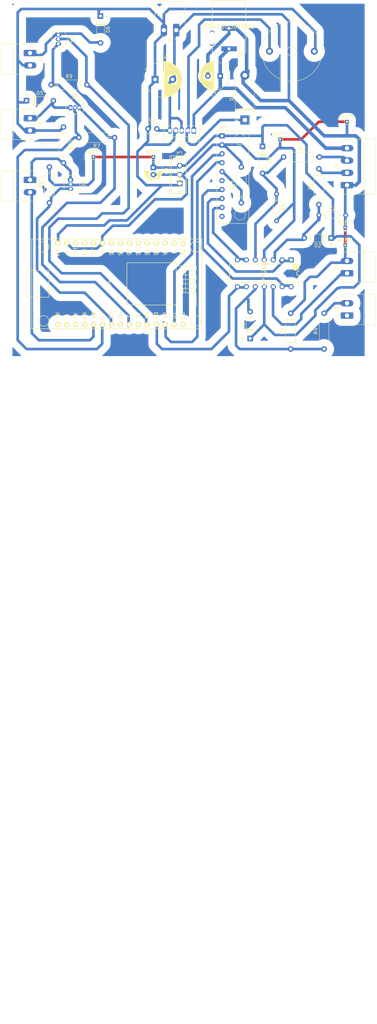
<source format=kicad_pcb>
(kicad_pcb (version 20171130) (host pcbnew "(5.1.10)-1")
  (layers (0 F.Cu signal) (31 B.Cu signal) (34 B.Paste user hide) (35 F.Paste user hide) (36 B.SilkS user hide) (37 F.SilkS user) (38 B.Mask user hide) (39 F.Mask user hide) (44 Edge.Cuts user))
  (net 0 "")
  (net 1 "Net-(A1-Pad10)")
  (net 2 humidity)
  (net 3 temperature)
  (net 4 current)
  (net 5 "Net-(A1-Pad6)")
  (net 6 "Net-(A1-Pad5)")
  (net 7 SDA)
  (net 8 SCL)
  (net 9 GNDREF)
  (net 10 3.3V)
  (net 11 24V)
  (net 12 5V)
  (net 13 "Net-(D1-Pad1)")
  (net 14 "Net-(D2-Pad2)")
  (net 15 "Net-(D3-Pad2)")
  (net 16 "Net-(D4-Pad2)")
  (net 17 Humidity_sensor)
  (net 18 KB_relay)
  (net 19 stop_relay)
  (net 20 Stop_from_DCU)
  (net 21 Temperature_sensor)
  (net 22 Current_Fluke)
  (net 23 RXnode)
  (net 24 RXard)
  (net 25 KB_out)
  (net 26 TXard)
  (net 27 stop_out)
  (net 28 stop_in)
  (net 29 "Net-(U4-Pad30)")
  (net 30 "Net-(U4-Pad25)")
  (net 31 "Net-(U4-Pad19)")
  (net 32 "Net-(U4-Pad18)")
  (net 33 "Net-(U4-Pad16)")
  (net 34 "Net-(U4-Pad13)")
  (net 35 "Net-(U4-Pad12)")
  (net 36 "Net-(U4-Pad11)")
  (net 37 "Net-(U4-Pad9)")
  (net 38 "Net-(U4-Pad8)")
  (net 39 "Net-(U4-Pad7)")
  (net 40 "Net-(U4-Pad6)")
  (net 41 "Net-(U4-Pad4)")
  (net 42 "Net-(U4-Pad3)")
  (net 43 "Net-(U4-Pad2)")
  (net 44 ADC0)
  (net 45 "Net-(J3-Pad1)")
  (net 46 "Net-(J7-Pad3)")
  (net 47 "Net-(U4-Pad23)")
  (net 48 "Net-(U4-Pad5)")
  (module "ESP8266_related:NodeMCU1.0(12-E)" (layer F.Cu) (at 40 93 270)
    (fp_text reference U4 (at 0 0 270) (layer F.SilkS))
    (fp_text value "NodeMCU_1.0_(ESP-12E)")
    (fp_text user VIN (at -8.93 14.605 270) (layer F.SilkS))
    (fp_text user G (at -9 12.065 270) (layer F.SilkS))
    (fp_text user RST (at -9 9.525 270) (layer F.SilkS))
    (fp_text user EN (at -9 6.985 270) (layer F.SilkS))
    (fp_text user 3V (at -9 4.445 270) (layer F.SilkS))
    (fp_text user G (at -9 1.905 270) (layer F.SilkS))
    (fp_text user SK (at -9 -0.635 270) (layer F.SilkS))
    (fp_text user SO (at -9 -3.175 270) (layer F.SilkS))
    (fp_text user SC (at -9 -5.715 270) (layer F.SilkS))
    (fp_text user S1 (at -9 -8.255 270) (layer F.SilkS))
    (fp_text user S2 (at -9 -10.795 270) (layer F.SilkS))
    (fp_text user S3 (at -9 -13.335 270) (layer F.SilkS))
    (fp_text user VU (at -9 -15.875 270) (layer F.SilkS))
    (fp_text user G (at -9 -18.415 270) (layer F.SilkS))
    (fp_text user A0 (at -8.93 -20.955 270) (layer F.SilkS))
    (fp_text user 3V (at 8.93 14.605 270) (layer F.SilkS))
    (fp_text user G (at 9 12.065 270) (layer F.SilkS))
    (fp_text user TX (at 9 9.525 270) (layer F.SilkS))
    (fp_text user RX (at 8.93 6.985 270) (layer F.SilkS))
    (fp_text user D8 (at 8.93 4.445 270) (layer F.SilkS))
    (fp_text user D7 (at 8.93 1.905 270) (layer F.SilkS))
    (fp_text user D6 (at 8.93 -0.635 270) (layer F.SilkS))
    (fp_text user D5 (at 8.93 -3.175 270) (layer F.SilkS))
    (fp_text user G (at 9 -5.715 270) (layer F.SilkS))
    (fp_text user 3V (at 8.93 -8.255 270) (layer F.SilkS))
    (fp_text user D4 (at 8.93 -10.795 270) (layer F.SilkS))
    (fp_text user D3 (at 8.93 -13.335 270) (layer F.SilkS))
    (fp_text user D2 (at 8.93 -15.875 270) (layer F.SilkS))
    (fp_text user D1 (at 8.93 -18.415 270) (layer F.SilkS))
    (fp_text user D0 (at 8.93 -20.955 270) (layer F.SilkS))
    (pad 1 thru_hole circle (at -11.47 -20.955 270) (size 1.524 1.524) (drill 0.762) (layers *.Cu *.Mask F.SilkS) (net 44 ADC0))
    (pad 2 thru_hole circle (at -11.54 -18.415 270) (size 1.524 1.524) (drill 0.762) (layers *.Cu *.Mask F.SilkS) (net 43 "Net-(U4-Pad2)"))
    (pad 3 thru_hole circle (at -11.54 -15.875 270) (size 1.524 1.524) (drill 0.762) (layers *.Cu *.Mask F.SilkS) (net 42 "Net-(U4-Pad3)"))
    (pad 4 thru_hole circle (at -11.54 -13.335 270) (size 1.524 1.524) (drill 0.762) (layers *.Cu *.Mask F.SilkS) (net 41 "Net-(U4-Pad4)"))
    (pad 5 thru_hole circle (at -11.54 -10.795 270) (size 1.524 1.524) (drill 0.762) (layers *.Cu *.Mask F.SilkS) (net 48 "Net-(U4-Pad5)"))
    (pad 6 thru_hole circle (at -11.54 -8.255 270) (size 1.524 1.524) (drill 0.762) (layers *.Cu *.Mask F.SilkS) (net 40 "Net-(U4-Pad6)"))
    (pad 7 thru_hole circle (at -11.54 -5.715 270) (size 1.524 1.524) (drill 0.762) (layers *.Cu *.Mask F.SilkS) (net 39 "Net-(U4-Pad7)"))
    (pad 8 thru_hole circle (at -11.54 -3.175 270) (size 1.524 1.524) (drill 0.762) (layers *.Cu *.Mask F.SilkS) (net 38 "Net-(U4-Pad8)"))
    (pad 9 thru_hole circle (at -11.54 -0.635 270) (size 1.524 1.524) (drill 0.762) (layers *.Cu *.Mask F.SilkS) (net 37 "Net-(U4-Pad9)"))
    (pad 10 thru_hole circle (at -11.54 1.905 270) (size 1.524 1.524) (drill 0.762) (layers *.Cu *.Mask F.SilkS) (net 9 GNDREF))
    (pad 11 thru_hole circle (at -11.54 4.445 270) (size 1.524 1.524) (drill 0.762) (layers *.Cu *.Mask F.SilkS) (net 36 "Net-(U4-Pad11)"))
    (pad 12 thru_hole circle (at -11.54 6.985 270) (size 1.524 1.524) (drill 0.762) (layers *.Cu *.Mask F.SilkS) (net 35 "Net-(U4-Pad12)"))
    (pad 13 thru_hole circle (at -11.54 9.525 270) (size 1.524 1.524) (drill 0.762) (layers *.Cu *.Mask F.SilkS) (net 34 "Net-(U4-Pad13)"))
    (pad 14 thru_hole circle (at -11.54 12.065 270) (size 1.524 1.524) (drill 0.762) (layers *.Cu *.Mask F.SilkS) (net 9 GNDREF))
    (pad 15 thru_hole circle (at -11.54 14.605 270) (size 1.524 1.524) (drill 0.762) (layers *.Cu *.Mask F.SilkS) (net 12 5V))
    (pad 16 thru_hole circle (at 11.54 14.605 270) (size 1.524 1.524) (drill 0.762) (layers *.Cu *.Mask F.SilkS) (net 33 "Net-(U4-Pad16)"))
    (pad 17 thru_hole circle (at 11.54 12.065 270) (size 1.524 1.524) (drill 0.762) (layers *.Cu *.Mask F.SilkS) (net 9 GNDREF))
    (pad 18 thru_hole circle (at 11.54 9.525 270) (size 1.524 1.524) (drill 0.762) (layers *.Cu *.Mask F.SilkS) (net 32 "Net-(U4-Pad18)"))
    (pad 19 thru_hole circle (at 11.54 6.985 270) (size 1.524 1.524) (drill 0.762) (layers *.Cu *.Mask F.SilkS) (net 31 "Net-(U4-Pad19)"))
    (pad 20 thru_hole circle (at 11.54 4.445 270) (size 1.524 1.524) (drill 0.762) (layers *.Cu *.Mask F.SilkS) (net 24 RXard))
    (pad 21 thru_hole circle (at 11.54 1.905 270) (size 1.524 1.524) (drill 0.762) (layers *.Cu *.Mask F.SilkS) (net 25 KB_out))
    (pad 22 thru_hole circle (at 11.54 -0.635 270) (size 1.524 1.524) (drill 0.762) (layers *.Cu *.Mask F.SilkS) (net 23 RXnode))
    (pad 23 thru_hole circle (at 11.54 -3.175 270) (size 1.524 1.524) (drill 0.762) (layers *.Cu *.Mask F.SilkS) (net 47 "Net-(U4-Pad23)"))
    (pad 24 thru_hole circle (at 11.54 -5.715 270) (size 1.524 1.524) (drill 0.762) (layers *.Cu *.Mask F.SilkS) (net 9 GNDREF))
    (pad 25 thru_hole circle (at 11.54 -8.255 270) (size 1.524 1.524) (drill 0.762) (layers *.Cu *.Mask F.SilkS) (net 30 "Net-(U4-Pad25)"))
    (pad 26 thru_hole circle (at 11.54 -10.795 270) (size 1.524 1.524) (drill 0.762) (layers *.Cu *.Mask F.SilkS) (net 27 stop_out))
    (pad 27 thru_hole circle (at 11.54 -13.335 270) (size 1.524 1.524) (drill 0.762) (layers *.Cu *.Mask F.SilkS) (net 28 stop_in))
    (pad 28 thru_hole circle (at 11.54 -15.875 270) (size 1.524 1.524) (drill 0.762) (layers *.Cu *.Mask F.SilkS) (net 7 SDA))
    (pad 29 thru_hole circle (at 11.54 -18.415 270) (size 1.524 1.524) (drill 0.762) (layers *.Cu *.Mask F.SilkS) (net 8 SCL))
    (pad 30 thru_hole circle (at 11.54 -20.955 270) (size 1.524 1.524) (drill 0.762) (layers *.Cu *.Mask F.SilkS) (net 29 "Net-(U4-Pad30)"))
  )
  (module Package_TO_SOT_THT:TO-92_Inline (layer F.Cu) (at 29 63.5 270)
    (fp_text reference Q2 (at 1.27 -3.56 90) (layer F.SilkS))
    (fp_text value BS170)
    (pad 1 thru_hole rect (at 0 0 270) (size 1.05 1.5) (drill 0.75) (layers *.Cu *.Mask) (net 26 TXard))
    (pad 3 thru_hole oval (at 2.54 0 270) (size 1.05 1.5) (drill 0.75) (layers *.Cu *.Mask) (net 23 RXnode))
    (pad 2 thru_hole oval (at 1.27 0 270) (size 1.05 1.5) (drill 0.75) (layers *.Cu *.Mask) (net 10 3.3V))
  )
  (module TestPoint:TestPoint_THTPad_1.0x1.0mm_Drill0.5mm (layer F.Cu) (at 52.5 57)
    (fp_text reference REF** (at 0 -1.448) (layer F.SilkS))
    (fp_text value TestPoint_THTPad_1.0x1.0mm_Drill0.5mm)
    (pad 1 thru_hole rect (at 0 0) (size 1 1) (drill 0.5) (layers *.Cu F.Mask) (net 10 3.3V))
  )
  (module TestPoint:TestPoint_THTPad_1.0x1.0mm_Drill0.5mm (layer F.Cu) (at 35.5 57)
    (fp_text reference REF** (at 0 -1.448) (layer F.SilkS))
    (fp_text value TestPoint_THTPad_1.0x1.0mm_Drill0.5mm)
    (pad 1 thru_hole rect (at 0 0) (size 1 1) (drill 0.5) (layers *.Cu F.Mask) (net 10 3.3V))
  )
  (module Inductor_THT:L_Radial_D16.8mm_P12.70mm_Vishay_IHB-1 (layer F.Cu) (at 85.5 27)
    (fp_text reference L1 (at 6.35 -9.65) (layer F.SilkS))
    (fp_text value 330uH)
    (pad 2 thru_hole circle (at 12.7 0) (size 2 2) (drill 1) (layers *.Cu *.Mask) (net 12 5V))
    (pad 1 thru_hole circle (at 0 0) (size 2 2) (drill 1) (layers *.Cu *.Mask) (net 13 "Net-(D1-Pad1)"))
  )
  (module TestPoint:TestPoint_THTPad_1.0x1.0mm_Drill0.5mm (layer F.Cu) (at 88.5 52)
    (fp_text reference REF** (at 0 -1.448) (layer F.SilkS))
    (fp_text value TestPoint_THTPad_1.0x1.0mm_Drill0.5mm)
    (pad 1 thru_hole rect (at 0 0) (size 1 1) (drill 0.5) (layers *.Cu F.Mask) (net 9 GNDREF))
  )
  (module TestPoint:TestPoint_THTPad_1.0x1.0mm_Drill0.5mm (layer F.Cu) (at 107.5 47)
    (fp_text reference REF** (at 0 -1.448) (layer F.SilkS))
    (fp_text value TestPoint_THTPad_1.0x1.0mm_Drill0.5mm)
    (pad 1 thru_hole rect (at 0 0) (size 1 1) (drill 0.5) (layers *.Cu F.Mask) (net 9 GNDREF))
  )
  (module TestPoint:TestPoint_THTPad_1.0x1.0mm_Drill0.5mm (layer F.Cu) (at 107 82)
    (fp_text reference REF** (at 0 -1.448) (layer F.SilkS))
    (fp_text value TestPoint_THTPad_1.0x1.0mm_Drill0.5mm)
    (pad 1 thru_hole rect (at 0 0) (size 1 1) (drill 0.5) (layers *.Cu *.Mask) (net 9 GNDREF))
  )
  (module TestPoint:TestPoint_THTPad_1.0x1.0mm_Drill0.5mm (layer F.Cu) (at 107 77)
    (fp_text reference REF** (at 0 -1.448) (layer F.SilkS))
    (fp_text value TestPoint_THTPad_1.0x1.0mm_Drill0.5mm)
    (pad 1 thru_hole rect (at 0 0) (size 1 1) (drill 0.5) (layers *.Cu F.Mask) (net 9 GNDREF))
  )
  (module Connector_Phoenix_MC:PhoenixContact_MC_1,5_2-G-3.5_1x02_P3.50mm_Horizontal (layer F.Cu) (at 17.5 27.5 270)
    (fp_text reference J2 (at 1.75 -3 90) (layer F.SilkS))
    (fp_text value Conn_01x02_Male)
    (pad 2 thru_hole oval (at 3.5 0 270) (size 1.8 3.6) (drill 1.2) (layers *.Cu *.Mask) (net 12 5V))
    (pad 1 thru_hole roundrect (at 0 0 270) (size 1.8 3.6) (drill 1.2) (layers *.Cu *.Mask) (roundrect_rratio 0.138889) (net 19 stop_relay))
  )
  (module Resistor_THT:R_Axial_DIN0207_L6.3mm_D2.5mm_P10.16mm_Horizontal (layer F.Cu) (at 77.5 70 90)
    (fp_text reference R11 (at 5.08 -2.37 90) (layer F.SilkS))
    (fp_text value 1k)
    (pad 2 thru_hole oval (at 10.16 0 90) (size 1.6 1.6) (drill 0.8) (layers *.Cu *.Mask) (net 9 GNDREF))
    (pad 1 thru_hole circle (at 0 0 90) (size 1.6 1.6) (drill 0.8) (layers *.Cu *.Mask) (net 6 "Net-(A1-Pad5)"))
  )
  (module Diode_THT:D_DO-35_SOD27_P7.62mm_Horizontal (layer F.Cu) (at 37.5 17 270)
    (fp_text reference D6 (at 3.81 -2.12 90) (layer F.SilkS))
    (fp_text value D)
    (fp_text user K (at 0 -1.8 90) (layer F.SilkS))
    (pad 2 thru_hole oval (at 7.62 0 270) (size 1.6 1.6) (drill 0.8) (layers *.Cu *.Mask) (net 19 stop_relay))
    (pad 1 thru_hole rect (at 0 0 270) (size 1.6 1.6) (drill 0.8) (layers *.Cu *.Mask) (net 12 5V))
  )
  (module Diode_THT:D_DO-35_SOD27_P7.62mm_Horizontal (layer F.Cu) (at 16.5 41)
    (fp_text reference D5 (at 3.81 -2.12) (layer F.SilkS))
    (fp_text value D)
    (fp_text user K (at 0 -1.8) (layer F.SilkS))
    (pad 2 thru_hole oval (at 7.62 0) (size 1.6 1.6) (drill 0.8) (layers *.Cu *.Mask) (net 18 KB_relay))
    (pad 1 thru_hole rect (at 0 0) (size 1.6 1.6) (drill 0.8) (layers *.Cu *.Mask) (net 12 5V))
  )
  (module LP324N:Texas_Instruments-LP324N-Manufacturer_Recommended (layer F.Cu) (at 84 90 270)
    (fp_text reference U3 (at -3.048 -0.092 90) (layer F.SilkS) (effects (font (size 1.2 1.2)) (justify right)))
    (fp_text value LP324N (at 0 0 90) (layer F.SilkS) (effects (font (size 1.27 1.27))))
    (pad 1 thru_hole rect (at -3.81 -7.62 270) (size 1.5 1.5) (drill 0.900001) (layers *.Cu) (net 2 humidity))
    (pad 2 thru_hole circle (at -3.81 -5.08 270) (size 1.5 1.5) (drill 0.900001) (layers *.Cu) (net 2 humidity))
    (pad 3 thru_hole circle (at -3.81 -2.54 270) (size 1.5 1.5) (drill 0.900001) (layers *.Cu) (net 14 "Net-(D2-Pad2)"))
    (pad 4 thru_hole circle (at -3.81 0 270) (size 1.5 1.5) (drill 0.900001) (layers *.Cu) (net 9 GNDREF))
    (pad 5 thru_hole circle (at -3.81 2.54 270) (size 1.5 1.5) (drill 0.900001) (layers *.Cu) (net 15 "Net-(D3-Pad2)"))
    (pad 6 thru_hole circle (at -3.81 5.08 270) (size 1.5 1.5) (drill 0.900001) (layers *.Cu) (net 3 temperature))
    (pad 7 thru_hole circle (at -3.81 7.62 270) (size 1.5 1.5) (drill 0.900001) (layers *.Cu) (net 3 temperature))
    (pad 14 thru_hole circle (at 3.81 -7.62 270) (size 1.5 1.5) (drill 0.900001) (layers *.Cu) (net 4 current))
    (pad 13 thru_hole circle (at 3.81 -5.08 270) (size 1.5 1.5) (drill 0.900001) (layers *.Cu) (net 4 current))
    (pad 12 thru_hole circle (at 3.81 -2.54 270) (size 1.5 1.5) (drill 0.900001) (layers *.Cu) (net 22 Current_Fluke))
    (pad 11 thru_hole circle (at 3.81 0 270) (size 1.5 1.5) (drill 0.900001) (layers *.Cu) (net 10 3.3V))
    (pad 10 thru_hole circle (at 3.81 2.54 270) (size 1.5 1.5) (drill 0.900001) (layers *.Cu) (net 16 "Net-(D4-Pad2)"))
    (pad 9 thru_hole circle (at 3.81 5.08 270) (size 1.5 1.5) (drill 0.900001) (layers *.Cu) (net 28 stop_in))
    (pad 8 thru_hole circle (at 3.81 7.62 270) (size 1.5 1.5) (drill 0.900001) (layers *.Cu) (net 28 stop_in))
  )
  (module Connector_Phoenix_MC:PhoenixContact_MC_1,5_4-G-3.5_1x04_P3.50mm_Horizontal (layer F.Cu) (at 107.5 65 90)
    (fp_text reference J6 (at 5.25 -3 90) (layer F.SilkS))
    (fp_text value Conn_01x04_Male)
    (pad 4 thru_hole oval (at 10.5 0 90) (size 1.8 3.6) (drill 1.2) (layers *.Cu *.Mask) (net 11 24V))
    (pad 3 thru_hole oval (at 7 0 90) (size 1.8 3.6) (drill 1.2) (layers *.Cu *.Mask) (net 21 Temperature_sensor))
    (pad 2 thru_hole oval (at 3.5 0 90) (size 1.8 3.6) (drill 1.2) (layers *.Cu *.Mask) (net 17 Humidity_sensor))
    (pad 1 thru_hole roundrect (at 0 0 90) (size 1.8 3.6) (drill 1.2) (layers *.Cu *.Mask) (roundrect_rratio 0.138889) (net 9 GNDREF))
  )
  (module Package_TO_SOT_THT:TO-220-5_Vertical (layer F.Cu) (at 64 49.5 180)
    (fp_text reference U2 (at 3.4 -4.27) (layer F.SilkS))
    (fp_text value LM2575-5.0BT)
    (pad 1 thru_hole rect (at 0 0 180) (size 1.275 1.8) (drill 1.1) (layers *.Cu *.Mask) (net 11 24V))
    (pad 2 thru_hole oval (at 1.7 0 180) (size 1.275 1.8) (drill 1.1) (layers *.Cu *.Mask) (net 13 "Net-(D1-Pad1)"))
    (pad 3 thru_hole oval (at 3.4 0 180) (size 1.275 1.8) (drill 1.1) (layers *.Cu *.Mask) (net 9 GNDREF))
    (pad 4 thru_hole oval (at 5.1 0 180) (size 1.275 1.8) (drill 1.1) (layers *.Cu *.Mask) (net 12 5V))
    (pad 5 thru_hole oval (at 6.8 0 180) (size 1.275 1.8) (drill 1.1) (layers *.Cu *.Mask) (net 9 GNDREF))
  )
  (module LM3940:TI_National_Semiconductor-LM3940IT-3.3-Manufacturer_Recommended (layer F.Cu) (at 60 62 90)
    (fp_text reference U1 (at -1.524 0 90) (layer F.SilkS) (effects (font (size 1.016 1.016)) (justify left)))
    (fp_text value LM3940IT-3.3 (at 0 0 270) (layer F.SilkS) (effects (font (size 1.27 1.27))))
    (pad 1 thru_hole rect (at -2.54 0 90) (size 1.599997 1.599997) (drill 0.999998) (layers *.Cu) (net 12 5V))
    (pad 2 thru_hole circle (at 0 0 90) (size 1.599997 1.599997) (drill 0.999998) (layers *.Cu) (net 9 GNDREF))
    (pad 3 thru_hole circle (at 2.54 0 90) (size 1.599997 1.599997) (drill 0.999998) (layers *.Cu) (net 10 3.3V))
  )
  (module Resistor_THT:R_Axial_DIN0207_L6.3mm_D2.5mm_P10.16mm_Horizontal (layer F.Cu) (at 27 48.5 270)
    (fp_text reference R10 (at 5.08 -2.37 90) (layer F.SilkS))
    (fp_text value 1k)
    (pad 2 thru_hole oval (at 10.16 0 270) (size 1.6 1.6) (drill 0.8) (layers *.Cu *.Mask) (net 26 TXard))
    (pad 1 thru_hole circle (at 0 0 270) (size 1.6 1.6) (drill 0.8) (layers *.Cu *.Mask) (net 12 5V))
  )
  (module Resistor_THT:R_Axial_DIN0207_L6.3mm_D2.5mm_P10.16mm_Horizontal (layer F.Cu) (at 23.5 36.5)
    (fp_text reference R9 (at 5.08 -2.37) (layer F.SilkS))
    (fp_text value 1k)
    (pad 2 thru_hole oval (at 10.16 0) (size 1.6 1.6) (drill 0.8) (layers *.Cu *.Mask) (net 27 stop_out))
    (pad 1 thru_hole circle (at 0 0) (size 1.6 1.6) (drill 0.8) (layers *.Cu *.Mask) (net 9 GNDREF))
  )
  (module Resistor_THT:R_Axial_DIN0207_L6.3mm_D2.5mm_P10.16mm_Horizontal (layer F.Cu) (at 23 70 90)
    (fp_text reference R8 (at 5.08 -2.37 90) (layer F.SilkS))
    (fp_text value 1k)
    (pad 2 thru_hole oval (at 10.16 0 90) (size 1.6 1.6) (drill 0.8) (layers *.Cu *.Mask) (net 10 3.3V))
    (pad 1 thru_hole circle (at 0 0 90) (size 1.6 1.6) (drill 0.8) (layers *.Cu *.Mask) (net 23 RXnode))
  )
  (module Resistor_THT:R_Axial_DIN0207_L6.3mm_D2.5mm_P10.16mm_Horizontal (layer F.Cu) (at 41.5 51.5 180)
    (fp_text reference R7 (at 5.08 -2.37) (layer F.SilkS))
    (fp_text value 1k)
    (pad 2 thru_hole oval (at 10.16 0 180) (size 1.6 1.6) (drill 0.8) (layers *.Cu *.Mask) (net 25 KB_out))
    (pad 1 thru_hole circle (at 0 0 180) (size 1.6 1.6) (drill 0.8) (layers *.Cu *.Mask) (net 9 GNDREF))
  )
  (module Resistor_THT:R_Axial_DIN0207_L6.3mm_D2.5mm_P10.16mm_Horizontal (layer F.Cu) (at 91.5 111.5 90)
    (fp_text reference R6 (at 5.08 -2.37 90) (layer F.SilkS))
    (fp_text value 680)
    (pad 1 thru_hole circle (at 0 0 90) (size 1.6 1.6) (drill 0.8) (layers *.Cu *.Mask) (net 16 "Net-(D4-Pad2)"))
    (pad 2 thru_hole oval (at 10.16 0 90) (size 1.6 1.6) (drill 0.8) (layers *.Cu *.Mask) (net 9 GNDREF))
  )
  (module Resistor_THT:R_Axial_DIN0204_L3.6mm_D1.6mm_P7.62mm_Horizontal (layer F.Cu) (at 87.5 67.5 270)
    (fp_text reference R5 (at 3.81 -1.92 90) (layer F.SilkS))
    (fp_text value 820)
    (pad 1 thru_hole circle (at 0 0 270) (size 1.4 1.4) (drill 0.7) (layers *.Cu *.Mask) (net 15 "Net-(D3-Pad2)"))
    (pad 2 thru_hole oval (at 7.62 0 270) (size 1.4 1.4) (drill 0.7) (layers *.Cu *.Mask) (net 9 GNDREF))
  )
  (module Resistor_THT:R_Axial_DIN0207_L6.3mm_D2.5mm_P10.16mm_Horizontal (layer F.Cu) (at 101 111.5 90)
    (fp_text reference R4 (at 5.08 -2.37 90) (layer F.SilkS))
    (fp_text value 4.7k)
    (pad 1 thru_hole circle (at 0 0 90) (size 1.6 1.6) (drill 0.8) (layers *.Cu *.Mask) (net 16 "Net-(D4-Pad2)"))
    (pad 2 thru_hole oval (at 10.16 0 90) (size 1.6 1.6) (drill 0.8) (layers *.Cu *.Mask) (net 20 Stop_from_DCU))
  )
  (module Resistor_THT:R_Axial_DIN0207_L6.3mm_D2.5mm_P10.16mm_Horizontal (layer F.Cu) (at 89.5 57)
    (fp_text reference R3 (at 5.08 -2.37) (layer F.SilkS))
    (fp_text value 1.8k)
    (pad 1 thru_hole circle (at 0 0) (size 1.6 1.6) (drill 0.8) (layers *.Cu *.Mask) (net 15 "Net-(D3-Pad2)"))
    (pad 2 thru_hole oval (at 10.16 0) (size 1.6 1.6) (drill 0.8) (layers *.Cu *.Mask) (net 21 Temperature_sensor))
  )
  (module Resistor_THT:R_Axial_DIN0204_L3.6mm_D1.6mm_P7.62mm_Horizontal (layer F.Cu) (at 99.5 73.5)
    (fp_text reference R2 (at 3.81 -1.92) (layer F.SilkS))
    (fp_text value 820)
    (pad 1 thru_hole circle (at 0 0) (size 1.4 1.4) (drill 0.7) (layers *.Cu *.Mask) (net 14 "Net-(D2-Pad2)"))
    (pad 2 thru_hole oval (at 7.62 0) (size 1.4 1.4) (drill 0.7) (layers *.Cu *.Mask) (net 9 GNDREF))
  )
  (module Resistor_THT:R_Axial_DIN0207_L6.3mm_D2.5mm_P10.16mm_Horizontal (layer F.Cu) (at 99.5 70.5 90)
    (fp_text reference R1 (at 5.08 -2.37 90) (layer F.SilkS))
    (fp_text value 1.8k)
    (pad 1 thru_hole circle (at 0 0 90) (size 1.6 1.6) (drill 0.8) (layers *.Cu *.Mask) (net 14 "Net-(D2-Pad2)"))
    (pad 2 thru_hole oval (at 10.16 0 90) (size 1.6 1.6) (drill 0.8) (layers *.Cu *.Mask) (net 17 Humidity_sensor))
  )
  (module Package_TO_SOT_THT:TO-92_Inline (layer F.Cu) (at 25.525 22.325 270)
    (fp_text reference Q3 (at 1.27 -3.56 90) (layer F.SilkS))
    (fp_text value BS170 hide)
    (pad 1 thru_hole rect (at 0 0 270) (size 1.05 1.5) (drill 0.75) (layers *.Cu *.Mask) (net 19 stop_relay))
    (pad 3 thru_hole oval (at 2.54 0 270) (size 1.05 1.5) (drill 0.75) (layers *.Cu *.Mask) (net 9 GNDREF))
    (pad 2 thru_hole oval (at 1.27 0 270) (size 1.05 1.5) (drill 0.75) (layers *.Cu *.Mask) (net 27 stop_out))
  )
  (module Package_TO_SOT_THT:TO-92_Inline (layer F.Cu) (at 29 43)
    (fp_text reference Q1 (at 1.27 -3.56) (layer F.SilkS))
    (fp_text value BS170)
    (pad 2 thru_hole oval (at 1.27 0) (size 1.05 1.5) (drill 0.75) (layers *.Cu *.Mask) (net 25 KB_out))
    (pad 3 thru_hole oval (at 2.54 0) (size 1.05 1.5) (drill 0.75) (layers *.Cu *.Mask) (net 9 GNDREF))
    (pad 1 thru_hole rect (at 0 0) (size 1.05 1.5) (drill 0.75) (layers *.Cu *.Mask) (net 18 KB_relay))
  )
  (module Connector_Phoenix_MC:PhoenixContact_MC_1,5_2-G-3.5_1x02_P3.50mm_Horizontal (layer F.Cu) (at 17.5 63.5 270)
    (fp_text reference J8 (at 1.75 -3 90) (layer F.SilkS))
    (fp_text value Conn_01x02_Male)
    (pad 1 thru_hole roundrect (at 0 0 270) (size 1.8 3.6) (drill 1.2) (layers *.Cu *.Mask) (roundrect_rratio 0.138889) (net 26 TXard))
    (pad 2 thru_hole oval (at 3.5 0 270) (size 1.8 3.6) (drill 1.2) (layers *.Cu *.Mask) (net 24 RXard))
  )
  (module WurthDCJack:Wurth-694106301002-0-0-0 (layer F.Cu) (at 74 19.95 180)
    (fp_text reference J7 (at -4.75 -8.2) (layer F.SilkS) (effects (justify right)))
    (fp_text value 694106301002 (at 0 0) (layer F.SilkS) (effects (font (size 1.27 1.27))))
    (pad 1 thru_hole rect (at 0 -6.35 180) (size 4.4 1.4) (drill oval 0.8) (layers *.Cu) (net 11 24V))
    (pad 2 thru_hole roundrect (at 0 -0.55 180) (size 4.4 1.4) (drill oval 0.8) (layers *.Cu) (roundrect_rratio 0.5) (net 9 GNDREF))
    (pad 3 thru_hole roundrect (at 4.8 -3.35 180) (size 1.4 4.4) (drill oval 3.8) (layers *.Cu) (roundrect_rratio 0.5) (net 46 "Net-(J7-Pad3)"))
  )
  (module Connector_Phoenix_MC:PhoenixContact_MC_1,5_2-G-3.5_1x02_P3.50mm_Horizontal (layer F.Cu) (at 59 21 180)
    (fp_text reference J5 (at 1.75 -3) (layer F.SilkS))
    (fp_text value Conn_01x02_Male)
    (pad 2 thru_hole oval (at 3.5 0 180) (size 1.8 3.6) (drill 1.2) (layers *.Cu *.Mask) (net 12 5V))
    (pad 1 thru_hole roundrect (at 0 0 180) (size 1.8 3.6) (drill 1.2) (layers *.Cu *.Mask) (roundrect_rratio 0.138889) (net 9 GNDREF))
  )
  (module Connector_Phoenix_MC:PhoenixContact_MC_1,5_2-G-3.5_1x02_P3.50mm_Horizontal (layer F.Cu) (at 107.5 90 90)
    (fp_text reference J4 (at 1.75 -3 90) (layer F.SilkS))
    (fp_text value Conn_01x02_Male)
    (pad 2 thru_hole oval (at 3.5 0 90) (size 1.8 3.6) (drill 1.2) (layers *.Cu *.Mask) (net 9 GNDREF))
    (pad 1 thru_hole roundrect (at 0 0 90) (size 1.8 3.6) (drill 1.2) (layers *.Cu *.Mask) (roundrect_rratio 0.138889) (net 22 Current_Fluke))
  )
  (module Connector_Phoenix_MC:PhoenixContact_MC_1,5_2-G-3.5_1x02_P3.50mm_Horizontal (layer F.Cu) (at 107.5 102 90)
    (fp_text reference J3 (at 1.75 -3 90) (layer F.SilkS))
    (fp_text value Conn_01x02_Male)
    (pad 2 thru_hole oval (at 3.5 0 90) (size 1.8 3.6) (drill 1.2) (layers *.Cu *.Mask) (net 20 Stop_from_DCU))
    (pad 1 thru_hole roundrect (at 0 0 90) (size 1.8 3.6) (drill 1.2) (layers *.Cu *.Mask) (roundrect_rratio 0.138889) (net 45 "Net-(J3-Pad1)"))
  )
  (module Connector_Phoenix_MC:PhoenixContact_MC_1,5_2-G-3.5_1x02_P3.50mm_Horizontal (layer F.Cu) (at 17.5 46 270)
    (fp_text reference J1 (at 1.75 -3 90) (layer F.SilkS))
    (fp_text value Conn_01x02_Male)
    (pad 2 thru_hole oval (at 3.5 0 270) (size 1.8 3.6) (drill 1.2) (layers *.Cu *.Mask) (net 12 5V))
    (pad 1 thru_hole roundrect (at 0 0 270) (size 1.8 3.6) (drill 1.2) (layers *.Cu *.Mask) (roundrect_rratio 0.138889) (net 18 KB_relay))
  )
  (module Diode_THT:D_DO-35_SOD27_P7.62mm_Horizontal (layer F.Cu) (at 80 108.5 90)
    (fp_text reference D4 (at 3.81 -2.12 90) (layer F.SilkS))
    (fp_text value D)
    (fp_text user K (at 0 -1.8 90) (layer F.SilkS))
    (pad 1 thru_hole rect (at 0 0 90) (size 1.6 1.6) (drill 0.8) (layers *.Cu *.Mask) (net 10 3.3V))
    (pad 2 thru_hole oval (at 7.62 0 90) (size 1.6 1.6) (drill 0.8) (layers *.Cu *.Mask) (net 16 "Net-(D4-Pad2)"))
  )
  (module Diode_THT:D_DO-35_SOD27_P7.62mm_Horizontal (layer F.Cu) (at 83.5 54 270)
    (fp_text reference D3 (at 3.81 -2.12 90) (layer F.SilkS))
    (fp_text value D)
    (fp_text user K (at 0 -1.8 90) (layer F.SilkS))
    (pad 1 thru_hole rect (at 0 0 270) (size 1.6 1.6) (drill 0.8) (layers *.Cu *.Mask) (net 10 3.3V))
    (pad 2 thru_hole oval (at 7.62 0 270) (size 1.6 1.6) (drill 0.8) (layers *.Cu *.Mask) (net 15 "Net-(D3-Pad2)"))
  )
  (module Diode_THT:D_DO-35_SOD27_P7.62mm_Horizontal (layer F.Cu) (at 103 80 180)
    (fp_text reference D2 (at 3.81 -2.12) (layer F.SilkS))
    (fp_text value D)
    (fp_text user K (at 0 -1.8) (layer F.SilkS))
    (pad 1 thru_hole rect (at 0 0 180) (size 1.6 1.6) (drill 0.8) (layers *.Cu *.Mask) (net 10 3.3V))
    (pad 2 thru_hole oval (at 7.62 0 180) (size 1.6 1.6) (drill 0.8) (layers *.Cu *.Mask) (net 14 "Net-(D2-Pad2)"))
  )
  (module Diode_THT:D_DO-201_P12.70mm_Horizontal (layer F.Cu) (at 78.5 46.5 90)
    (fp_text reference D1 (at 6.35 -3.725 90) (layer F.SilkS))
    (fp_text value 1N5822)
    (fp_text user K (at 0 -2.3 90) (layer F.SilkS))
    (pad 1 thru_hole rect (at 0 0 90) (size 2.6 2.6) (drill 1.3) (layers *.Cu *.Mask) (net 13 "Net-(D1-Pad1)"))
    (pad 2 thru_hole oval (at 12.7 0 90) (size 2.6 2.6) (drill 1.3) (layers *.Cu *.Mask) (net 9 GNDREF))
  )
  (module Capacitor_THT:CP_Radial_D10.0mm_P5.00mm (layer F.Cu) (at 53 35)
    (fp_text reference C4 (at 2.5 -6.25) (layer F.SilkS))
    (fp_text value 330uF)
    (pad 2 thru_hole circle (at 5 0) (size 2 2) (drill 1) (layers *.Cu *.Mask) (net 9 GNDREF))
    (pad 1 thru_hole rect (at 0 0) (size 2 2) (drill 1) (layers *.Cu *.Mask) (net 12 5V))
  )
  (module Capacitor_THT:CP_Radial_D5.0mm_P2.00mm (layer F.Cu) (at 52.5 60 270)
    (fp_text reference C3 (at 1 -3.75 90) (layer F.SilkS))
    (fp_text value 33uF)
    (pad 2 thru_hole circle (at 2 0 270) (size 1.6 1.6) (drill 0.8) (layers *.Cu *.Mask) (net 9 GNDREF))
    (pad 1 thru_hole rect (at 0 0 270) (size 1.6 1.6) (drill 0.8) (layers *.Cu *.Mask) (net 10 3.3V))
  )
  (module Capacitor_THT:C_Disc_D3.8mm_W2.6mm_P2.50mm (layer F.Cu) (at 51 49)
    (fp_text reference C2 (at 1.25 -2.55) (layer F.SilkS))
    (fp_text value 0.47uF)
    (pad 2 thru_hole circle (at 2.5 0) (size 1.6 1.6) (drill 0.8) (layers *.Cu *.Mask) (net 9 GNDREF))
    (pad 1 thru_hole circle (at 0 0) (size 1.6 1.6) (drill 0.8) (layers *.Cu *.Mask) (net 12 5V))
  )
  (module Capacitor_THT:CP_Radial_D8.0mm_P3.50mm (layer F.Cu) (at 71.5 34 180)
    (fp_text reference C1 (at 1.75 -5.25) (layer F.SilkS))
    (fp_text value 100uF)
    (pad 2 thru_hole circle (at 3.5 0 180) (size 1.6 1.6) (drill 0.8) (layers *.Cu *.Mask) (net 9 GNDREF))
    (pad 1 thru_hole rect (at 0 0 180) (size 1.6 1.6) (drill 0.8) (layers *.Cu *.Mask) (net 11 24V))
  )
  (module ADS1115_footprint:ADC1115_ADC_Module (layer F.Cu) (at 72 51)
    (fp_text reference A1 (at 0.508 -2.54) (layer F.SilkS))
    (fp_text value ADS1115_ADC_Module)
    (pad 10 thru_hole circle (at 0 22.86) (size 1.524 1.524) (drill 0.762) (layers *.Cu *.Mask) (net 1 "Net-(A1-Pad10)"))
    (pad 9 thru_hole circle (at 0 20.32) (size 1.524 1.524) (drill 0.762) (layers *.Cu *.Mask) (net 3 temperature))
    (pad 8 thru_hole circle (at 0 17.78) (size 1.524 1.524) (drill 0.762) (layers *.Cu *.Mask) (net 2 humidity))
    (pad 7 thru_hole circle (at 0 15.24) (size 1.524 1.524) (drill 0.762) (layers *.Cu *.Mask) (net 4 current))
    (pad 6 thru_hole circle (at 0 12.7) (size 1.524 1.524) (drill 0.762) (layers *.Cu *.Mask) (net 5 "Net-(A1-Pad6)"))
    (pad 5 thru_hole circle (at 0 10.16) (size 1.524 1.524) (drill 0.762) (layers *.Cu *.Mask) (net 6 "Net-(A1-Pad5)"))
    (pad 4 thru_hole circle (at 0 7.62) (size 1.524 1.524) (drill 0.762) (layers *.Cu *.Mask) (net 7 SDA))
    (pad 3 thru_hole circle (at 0 5.08) (size 1.524 1.524) (drill 0.762) (layers *.Cu *.Mask) (net 8 SCL))
    (pad 2 thru_hole circle (at 0 2.54) (size 1.524 1.524) (drill 0.762) (layers *.Cu *.Mask) (net 9 GNDREF))
    (pad 1 thru_hole rect (at 0 0) (size 1.524 1.524) (drill 0.762) (layers *.Cu *.Mask) (net 10 3.3V))
  )
  (segment (start 88.5 86.5) (end 92 86.5) (width 0.75) (layer B.Cu) (net 2))
  (segment (start 72 69) (end 69 69) (width 0.75) (layer B.Cu) (net 2))
  (segment (start 69 69) (end 68 70) (width 0.75) (layer B.Cu) (net 2))
  (segment (start 68 70) (end 68 81.5) (width 0.75) (layer B.Cu) (net 2))
  (segment (start 68 81.5) (end 76 89.5) (width 0.75) (layer B.Cu) (net 2))
  (segment (start 86.5 89.5) (end 89.5 86.5) (width 0.75) (layer B.Cu) (net 2))
  (segment (start 76 89.5) (end 86.5 89.5) (width 0.75) (layer B.Cu) (net 2))
  (segment (start 70 71.5) (end 71.5 71.5) (width 0.75) (layer B.Cu) (net 3))
  (segment (start 69.5 72) (end 70 71.5) (width 0.75) (layer B.Cu) (net 3))
  (segment (start 69.5 78.5) (end 69.5 72) (width 0.75) (layer B.Cu) (net 3))
  (segment (start 76.5 85.5) (end 69.5 78.5) (width 0.75) (layer B.Cu) (net 3))
  (segment (start 76.5 86) (end 76.5 85.5) (width 0.75) (layer B.Cu) (net 3))
  (segment (start 78 86) (end 76.5 86) (width 0.75) (layer B.Cu) (net 3))
  (segment (start 78.5 86.5) (end 78 86) (width 0.75) (layer B.Cu) (net 3))
  (segment (start 91.5 93.5) (end 92 94) (width 0.75) (layer B.Cu) (net 4))
  (segment (start 89 93.5) (end 91.5 93.5) (width 0.75) (layer B.Cu) (net 4))
  (segment (start 68 66.5) (end 72 66.5) (width 0.75) (layer B.Cu) (net 4))
  (segment (start 66.5 68) (end 68 66.5) (width 0.75) (layer B.Cu) (net 4))
  (segment (start 66.5 83) (end 66.5 68) (width 0.75) (layer B.Cu) (net 4))
  (segment (start 75 91.5) (end 66.5 83) (width 0.75) (layer B.Cu) (net 4))
  (segment (start 87.5 91.5) (end 75 91.5) (width 0.75) (layer B.Cu) (net 4))
  (segment (start 89.5 93.5) (end 87.5 91.5) (width 0.75) (layer B.Cu) (net 4))
  (segment (start 77.5 66.5) (end 77 66) (width 0.75) (layer B.Cu) (net 6))
  (segment (start 77.5 70) (end 77.5 66.5) (width 0.75) (layer B.Cu) (net 6))
  (segment (start 77 66) (end 72 61) (width 0.75) (layer B.Cu) (net 6))
  (segment (start 56 104.5) (end 55.5 104) (width 0.75) (layer B.Cu) (net 7))
  (segment (start 63.5 109.5) (end 57.5 109.5) (width 0.75) (layer B.Cu) (net 7))
  (segment (start 57.5 109.5) (end 56 108) (width 0.75) (layer B.Cu) (net 7))
  (segment (start 65 108) (end 63.5 109.5) (width 0.75) (layer B.Cu) (net 7))
  (segment (start 65 64) (end 65 108) (width 0.75) (layer B.Cu) (net 7))
  (segment (start 70.5 58.5) (end 65 64) (width 0.75) (layer B.Cu) (net 7))
  (segment (start 56 108) (end 56 104.5) (width 0.75) (layer B.Cu) (net 7))
  (segment (start 71.5 58.5) (end 70.5 58.5) (width 0.75) (layer B.Cu) (net 7))
  (segment (start 71.5 56.5) (end 69.5 56.5) (width 0.75) (layer B.Cu) (net 8))
  (segment (start 63.5 79) (end 63.5 80) (width 0.75) (layer B.Cu) (net 8))
  (segment (start 63.5 70) (end 63.5 62.5) (width 0.75) (layer B.Cu) (net 8))
  (segment (start 63.5 69.5) (end 63.5 70) (width 0.75) (layer B.Cu) (net 8))
  (segment (start 63.5 70) (end 63.5 79) (width 0.75) (layer B.Cu) (net 8))
  (segment (start 63.5 62.5) (end 66.75 59.25) (width 0.75) (layer B.Cu) (net 8))
  (segment (start 66.75 59.25) (end 66.5 59.5) (width 0.75) (layer B.Cu) (net 8))
  (segment (start 69.5 56.5) (end 66.75 59.25) (width 0.75) (layer B.Cu) (net 8))
  (segment (start 63.5 81) (end 63.5 79) (width 0.75) (layer B.Cu) (net 8))
  (segment (start 63.5 81) (end 63.5 84.5) (width 0.75) (layer B.Cu) (net 8))
  (segment (start 58.5 104.5) (end 58.5 89.5) (width 0.75) (layer B.Cu) (net 8))
  (segment (start 58.5 89.5) (end 62 86) (width 0.75) (layer B.Cu) (net 8))
  (segment (start 62 86) (end 61.5 86.5) (width 0.75) (layer B.Cu) (net 8))
  (segment (start 63.5 84.5) (end 62 86) (width 0.75) (layer B.Cu) (net 8))
  (segment (start 72 53.54) (end 69.46 53.54) (width 0.75) (layer B.Cu) (net 9))
  (segment (start 69.46 53.54) (end 61 62) (width 0.75) (layer B.Cu) (net 9))
  (segment (start 60 62.355001) (end 60 62) (width 0.25) (layer F.Cu) (net 9))
  (segment (start 54 49.5) (end 53.5 49) (width 0.25) (layer F.Cu) (net 9))
  (segment (start 74 22) (end 74 20.5) (width 0.75) (layer B.Cu) (net 9))
  (segment (start 68 28) (end 74 22) (width 1) (layer B.Cu) (net 9))
  (segment (start 68 34) (end 68 28) (width 1) (layer B.Cu) (net 9))
  (segment (start 26 25) (end 25.5 25) (width 0.75) (layer B.Cu) (net 9))
  (segment (start 24 26.5) (end 24 36) (width 0.75) (layer B.Cu) (net 9))
  (segment (start 25.5 25) (end 24 26.5) (width 0.75) (layer B.Cu) (net 9))
  (segment (start 25.550649 36.5) (end 23.5 36.5) (width 0.75) (layer B.Cu) (net 9))
  (segment (start 31.5 42.449351) (end 25.550649 36.5) (width 0.75) (layer B.Cu) (net 9))
  (segment (start 31.5 43) (end 31.5 42.449351) (width 0.75) (layer B.Cu) (net 9))
  (segment (start 41.5 51.5) (end 40 51.5) (width 0.75) (layer B.Cu) (net 9))
  (segment (start 40 51.5) (end 31.5 43) (width 0.75) (layer B.Cu) (net 9))
  (segment (start 62 63.5) (end 60.5 62) (width 0.75) (layer B.Cu) (net 9))
  (segment (start 38 79.5) (end 41 76.5) (width 0.75) (layer B.Cu) (net 9))
  (segment (start 41 76.5) (end 45.5 76.5) (width 0.75) (layer B.Cu) (net 9))
  (segment (start 45.5 76.5) (end 53 69) (width 0.75) (layer B.Cu) (net 9))
  (segment (start 53 69) (end 60.5 69) (width 0.75) (layer B.Cu) (net 9))
  (segment (start 62 67.5) (end 62 63.5) (width 0.75) (layer B.Cu) (net 9))
  (segment (start 60.5 69) (end 62 67.5) (width 0.75) (layer B.Cu) (net 9))
  (segment (start 57 49.5) (end 54 49.5) (width 0.75) (layer B.Cu) (net 9))
  (segment (start 58.5 22.5) (end 59.5 21.5) (width 0.75) (layer B.Cu) (net 9))
  (segment (start 58.5 35) (end 58.5 22.5) (width 0.75) (layer B.Cu) (net 9))
  (segment (start 107 73) (end 107.5 73.5) (width 0.75) (layer B.Cu) (net 9))
  (segment (start 107 87) (end 103 87) (width 0.75) (layer B.Cu) (net 9))
  (segment (start 103 87) (end 99 91) (width 0.75) (layer B.Cu) (net 9))
  (segment (start 99 91) (end 97 91) (width 0.75) (layer B.Cu) (net 9))
  (segment (start 97 91) (end 95.5 92.5) (width 0.75) (layer B.Cu) (net 9))
  (segment (start 95.5 97.5) (end 91.5 101.5) (width 0.75) (layer B.Cu) (net 9))
  (segment (start 95.5 92.5) (end 95.5 97.5) (width 0.75) (layer B.Cu) (net 9))
  (segment (start 71.5 54) (end 73 54) (width 0.75) (layer B.Cu) (net 9))
  (segment (start 107 65.5) (end 107.5 65) (width 0.75) (layer B.Cu) (net 9))
  (segment (start 107 73.5) (end 107 65.5) (width 0.75) (layer B.Cu) (net 9))
  (segment (start 92.5 55) (end 92.5 70) (width 0.75) (layer B.Cu) (net 9))
  (segment (start 85 57.5) (end 88 54.5) (width 0.75) (layer B.Cu) (net 9))
  (segment (start 77.5 53.5) (end 81.5 57.5) (width 0.75) (layer B.Cu) (net 9))
  (segment (start 92.5 70) (end 87.5 75) (width 0.75) (layer B.Cu) (net 9))
  (segment (start 72.5 53.5) (end 77.5 53.5) (width 0.75) (layer B.Cu) (net 9))
  (segment (start 77.5 58.5) (end 72.5 53.5) (width 0.75) (layer B.Cu) (net 9))
  (segment (start 92 54.5) (end 92.5 55) (width 0.75) (layer B.Cu) (net 9))
  (segment (start 81.5 57.5) (end 85 57.5) (width 0.75) (layer B.Cu) (net 9))
  (segment (start 84 86) (end 84 85.5) (width 0.75) (layer B.Cu) (net 9))
  (segment (start 84 83.5) (end 84 86) (width 0.75) (layer B.Cu) (net 9))
  (segment (start 92.5 75) (end 84 83.5) (width 0.75) (layer B.Cu) (net 9))
  (segment (start 92.5 70) (end 92.5 75) (width 0.75) (layer B.Cu) (net 9))
  (segment (start 107 86) (end 107.5 86.5) (width 0.75) (layer F.Cu) (net 9))
  (segment (start 79.5 33) (end 79.5 32.5) (width 0.75) (layer B.Cu) (net 9))
  (segment (start 57.2 35.8) (end 58 35) (width 0.75) (layer B.Cu) (net 9))
  (segment (start 57.2 45.7) (end 57.2 35.8) (width 0.75) (layer B.Cu) (net 9))
  (segment (start 57.2 49.5) (end 57.2 45.7) (width 0.75) (layer B.Cu) (net 9))
  (segment (start 57.2 45.7) (end 57.2 44.8) (width 0.75) (layer B.Cu) (net 9))
  (segment (start 60.5 49.5) (end 60.5 47) (width 0.75) (layer B.Cu) (net 9))
  (segment (start 60.5 47) (end 59.5 46) (width 0.75) (layer B.Cu) (net 9))
  (segment (start 57.5 46) (end 57.2 45.7) (width 0.75) (layer B.Cu) (net 9))
  (segment (start 59.5 46) (end 57.5 46) (width 0.75) (layer B.Cu) (net 9))
  (segment (start 79 23.5) (end 76 20.5) (width 1) (layer B.Cu) (net 9))
  (segment (start 79 34) (end 79 23.5) (width 1) (layer B.Cu) (net 9))
  (segment (start 78 36) (end 78 34) (width 1) (layer B.Cu) (net 9))
  (segment (start 83 41) (end 78 36) (width 1) (layer B.Cu) (net 9))
  (segment (start 101 51) (end 91 41) (width 1) (layer B.Cu) (net 9))
  (segment (start 91 41) (end 83 41) (width 1) (layer B.Cu) (net 9))
  (segment (start 111 52) (end 110 51) (width 1) (layer B.Cu) (net 9))
  (segment (start 111 64) (end 111 52) (width 1) (layer B.Cu) (net 9))
  (segment (start 110 65) (end 111 64) (width 1) (layer B.Cu) (net 9))
  (segment (start 108 65) (end 110 65) (width 0.75) (layer B.Cu) (net 9))
  (via (at 107 78) (size 0.8) (drill 0.4) (layers F.Cu B.Cu) (net 9))
  (segment (start 107 73.5) (end 107 77) (width 0.75) (layer B.Cu) (net 9))
  (segment (start 107 82) (end 107 86) (width 0.75) (layer B.Cu) (net 9))
  (segment (start 107 77) (end 107 82) (width 0.75) (layer F.Cu) (net 9))
  (segment (start 107.5 50.5) (end 107 51) (width 0.75) (layer B.Cu) (net 9))
  (segment (start 107.5 47.5) (end 107.5 50.5) (width 0.75) (layer B.Cu) (net 9))
  (segment (start 107 51) (end 101 51) (width 1) (layer B.Cu) (net 9))
  (segment (start 110 51) (end 107 51) (width 1) (layer B.Cu) (net 9))
  (segment (start 88.5 54) (end 89 54.5) (width 0.75) (layer B.Cu) (net 9))
  (segment (start 88.5 52) (end 88.5 54) (width 0.75) (layer B.Cu) (net 9))
  (segment (start 89 54.5) (end 92 54.5) (width 0.75) (layer B.Cu) (net 9))
  (segment (start 88 54.5) (end 89 54.5) (width 0.75) (layer B.Cu) (net 9))
  (segment (start 88.5 52) (end 94.5 52) (width 0.75) (layer F.Cu) (net 9))
  (segment (start 99.5 47) (end 107.5 47) (width 0.75) (layer F.Cu) (net 9))
  (segment (start 94.5 52) (end 99.5 47) (width 0.75) (layer F.Cu) (net 9))
  (segment (start 91 18.5) (end 91 41) (width 0.75) (layer B.Cu) (net 9))
  (segment (start 89 16.5) (end 91 18.5) (width 0.75) (layer B.Cu) (net 9))
  (segment (start 64 16.5) (end 89 16.5) (width 0.75) (layer B.Cu) (net 9))
  (segment (start 59.5 21) (end 64 16.5) (width 0.75) (layer B.Cu) (net 9))
  (segment (start 60 62) (end 52.5 62) (width 0.75) (layer B.Cu) (net 9))
  (segment (start 38 82) (end 38 79.5) (width 0.75) (layer B.Cu) (net 9))
  (segment (start 77.5 60) (end 77.5 58.5) (width 0.75) (layer B.Cu) (net 9))
  (segment (start 29.5 83) (end 36.5 83) (width 0.75) (layer B.Cu) (net 9))
  (segment (start 28 81.5) (end 29.5 83) (width 0.75) (layer B.Cu) (net 9))
  (segment (start 36.5 83) (end 38 81.5) (width 0.75) (layer B.Cu) (net 9))
  (segment (start 41.5 66) (end 41.5 52) (width 0.75) (layer B.Cu) (net 9))
  (segment (start 37.5 70) (end 41.5 66) (width 0.75) (layer B.Cu) (net 9))
  (segment (start 21 77) (end 28 70) (width 0.75) (layer B.Cu) (net 9))
  (segment (start 28 70) (end 37.5 70) (width 0.75) (layer B.Cu) (net 9))
  (segment (start 21 87.5) (end 21 77) (width 0.75) (layer B.Cu) (net 9))
  (segment (start 26 92.5) (end 21 87.5) (width 0.75) (layer B.Cu) (net 9))
  (segment (start 36 92.5) (end 26 92.5) (width 0.75) (layer B.Cu) (net 9))
  (segment (start 45.5 102) (end 36 92.5) (width 0.75) (layer B.Cu) (net 9))
  (segment (start 45.5 105) (end 45.5 102) (width 0.75) (layer B.Cu) (net 9))
  (segment (start 72 51) (end 70 51) (width 0.75) (layer B.Cu) (net 10))
  (segment (start 61.54 59.46) (end 60 59.46) (width 0.75) (layer B.Cu) (net 10))
  (segment (start 70 51) (end 61.54 59.46) (width 0.75) (layer B.Cu) (net 10))
  (segment (start 23 60) (end 23 63.5) (width 0.75) (layer B.Cu) (net 10))
  (segment (start 24.43999 64.93999) (end 28.5 64.93999) (width 0.75) (layer B.Cu) (net 10))
  (segment (start 23 63.5) (end 24.43999 64.93999) (width 0.75) (layer B.Cu) (net 10))
  (segment (start 84 94.5) (end 84 104.5) (width 0.75) (layer B.Cu) (net 10))
  (segment (start 84 104.5) (end 87 107.5) (width 0.75) (layer B.Cu) (net 10))
  (segment (start 87 107.5) (end 93 107.5) (width 0.75) (layer B.Cu) (net 10))
  (segment (start 98.5 102) (end 98.5 100.5) (width 0.75) (layer B.Cu) (net 10))
  (segment (start 93 107.5) (end 98.5 102) (width 0.75) (layer B.Cu) (net 10))
  (segment (start 98.5 100.5) (end 104.75 94.25) (width 0.75) (layer B.Cu) (net 10))
  (segment (start 104.75 94.25) (end 105.25 94.25) (width 0.75) (layer B.Cu) (net 10))
  (segment (start 105.25 94.25) (end 105.5 94) (width 0.75) (layer B.Cu) (net 10))
  (segment (start 105.5 94) (end 109.5 94) (width 0.75) (layer B.Cu) (net 10))
  (segment (start 109.5 94) (end 111 92.5) (width 0.75) (layer B.Cu) (net 10))
  (segment (start 80.5 108) (end 84 104.5) (width 0.75) (layer B.Cu) (net 10))
  (segment (start 80.5 108.5) (end 80.5 108) (width 0.75) (layer B.Cu) (net 10))
  (segment (start 82.5 51) (end 72 51) (width 0.75) (layer B.Cu) (net 10))
  (segment (start 83.5 53.5) (end 83.5 51) (width 0.75) (layer B.Cu) (net 10))
  (segment (start 83.5 51) (end 82.5 51) (width 0.75) (layer B.Cu) (net 10))
  (segment (start 103.5 80) (end 104 80) (width 0.75) (layer B.Cu) (net 10))
  (segment (start 104 80) (end 104.5 79.5) (width 0.75) (layer B.Cu) (net 10))
  (segment (start 104.5 79.5) (end 108.5 79.5) (width 0.75) (layer B.Cu) (net 10))
  (segment (start 111 82) (end 111 83) (width 0.75) (layer B.Cu) (net 10))
  (segment (start 108.5 79.5) (end 111 82) (width 0.75) (layer B.Cu) (net 10))
  (segment (start 111 83) (end 111 82.5) (width 0.75) (layer B.Cu) (net 10))
  (segment (start 111 92.5) (end 111 83) (width 0.75) (layer B.Cu) (net 10))
  (segment (start 103.5 69) (end 103.5 79.5) (width 0.75) (layer B.Cu) (net 10))
  (segment (start 96 61.5) (end 103.5 69) (width 0.75) (layer B.Cu) (net 10))
  (segment (start 96 53.5) (end 96 61.5) (width 0.75) (layer B.Cu) (net 10))
  (segment (start 90.5 48) (end 96 53.5) (width 0.75) (layer B.Cu) (net 10))
  (segment (start 84 48) (end 90.5 48) (width 0.75) (layer B.Cu) (net 10))
  (segment (start 83.5 48.5) (end 84 48) (width 0.75) (layer B.Cu) (net 10))
  (segment (start 83.5 51) (end 83.5 48.5) (width 0.75) (layer B.Cu) (net 10))
  (segment (start 53 60) (end 60 60) (width 0.75) (layer B.Cu) (net 10))
  (segment (start 52.5 57) (end 35.5 57) (width 0.75) (layer F.Cu) (net 10))
  (segment (start 52.5 60) (end 52.5 57) (width 0.75) (layer B.Cu) (net 10))
  (segment (start 34.06001 64.93999) (end 29 64.93999) (width 0.75) (layer B.Cu) (net 10))
  (segment (start 35.5 63.5) (end 34.06001 64.93999) (width 0.75) (layer B.Cu) (net 10))
  (segment (start 35.5 57) (end 35.5 63.5) (width 0.75) (layer B.Cu) (net 10))
  (segment (start 71.5 34) (end 71.5 37.5) (width 1) (layer B.Cu) (net 11))
  (segment (start 64 45) (end 64 49.5) (width 0.75) (layer B.Cu) (net 11))
  (segment (start 71.5 37.5) (end 64 45) (width 0.75) (layer B.Cu) (net 11))
  (segment (start 107.5 54.5) (end 106.15 54.5) (width 0.25) (layer B.Cu) (net 11))
  (segment (start 71.5 28.8) (end 74 26.3) (width 1) (layer B.Cu) (net 11))
  (segment (start 71.5 34) (end 71.5 28.8) (width 1) (layer B.Cu) (net 11))
  (segment (start 81.5 43) (end 76 37.5) (width 1) (layer B.Cu) (net 11))
  (segment (start 90 43) (end 81.5 43) (width 1) (layer B.Cu) (net 11))
  (segment (start 101.5 54.5) (end 90 43) (width 1) (layer B.Cu) (net 11))
  (segment (start 76 37.5) (end 71.5 37.5) (width 1) (layer B.Cu) (net 11))
  (segment (start 106.5 54.5) (end 101.5 54.5) (width 1) (layer B.Cu) (net 11))
  (segment (start 17.5 49.5) (end 15.5 49.5) (width 0.25) (layer B.Cu) (net 12))
  (segment (start 14 45) (end 14 44.5) (width 0.25) (layer B.Cu) (net 12))
  (segment (start 25.395 79.03) (end 28 76.425) (width 0.75) (layer B.Cu) (net 12))
  (segment (start 28 76.425) (end 38.575 76.425) (width 0.75) (layer B.Cu) (net 12))
  (segment (start 38.575 76.425) (end 40 75) (width 0.75) (layer B.Cu) (net 12))
  (segment (start 58.9 50.1) (end 58.9 49.5) (width 0.25) (layer F.Cu) (net 12))
  (segment (start 54 36) (end 53 35) (width 0.25) (layer F.Cu) (net 12))
  (segment (start 55.5 21) (end 55.5 19) (width 0.75) (layer B.Cu) (net 12))
  (segment (start 55.5 19) (end 51.5 15) (width 0.75) (layer B.Cu) (net 12))
  (segment (start 15.5 31) (end 17.5 31) (width 0.75) (layer B.Cu) (net 12))
  (segment (start 14 29.5) (end 15.5 31) (width 0.75) (layer B.Cu) (net 12))
  (segment (start 14 47.5) (end 16 49.5) (width 0.75) (layer B.Cu) (net 12))
  (segment (start 16.5 41.5) (end 14 41.5) (width 0.75) (layer B.Cu) (net 12))
  (segment (start 14 41.5) (end 14 47.5) (width 0.75) (layer B.Cu) (net 12))
  (segment (start 14 29.5) (end 14 41.5) (width 0.75) (layer B.Cu) (net 12))
  (segment (start 51.5 37) (end 53 35.5) (width 0.75) (layer B.Cu) (net 12))
  (segment (start 51.5 49) (end 51.5 37) (width 0.75) (layer B.Cu) (net 12))
  (segment (start 53 24.5) (end 55.5 22) (width 0.75) (layer B.Cu) (net 12))
  (segment (start 53 35.5) (end 53 24.5) (width 0.75) (layer B.Cu) (net 12))
  (segment (start 37 15.5) (end 37.5 15) (width 0.75) (layer B.Cu) (net 12))
  (segment (start 37 17.5) (end 37 15.5) (width 0.75) (layer B.Cu) (net 12))
  (segment (start 51.5 15) (end 37.5 15) (width 0.75) (layer B.Cu) (net 12))
  (segment (start 26 49.5) (end 27 48.5) (width 0.75) (layer B.Cu) (net 12))
  (segment (start 18 49.5) (end 26 49.5) (width 0.75) (layer B.Cu) (net 12))
  (segment (start 40 75) (end 45 75) (width 0.75) (layer B.Cu) (net 12))
  (segment (start 55 65) (end 60 65) (width 0.75) (layer B.Cu) (net 12))
  (segment (start 45 75) (end 55 65) (width 0.75) (layer B.Cu) (net 12))
  (segment (start 50.5 65) (end 55 65) (width 0.75) (layer B.Cu) (net 12))
  (segment (start 48 55.5) (end 48 62.5) (width 0.75) (layer B.Cu) (net 12))
  (segment (start 48 62.5) (end 50.5 65) (width 0.75) (layer B.Cu) (net 12))
  (segment (start 50 53.5) (end 48 55.5) (width 0.75) (layer B.Cu) (net 12))
  (segment (start 57 53.5) (end 50 53.5) (width 0.75) (layer B.Cu) (net 12))
  (segment (start 58.5 52) (end 57 53.5) (width 0.75) (layer B.Cu) (net 12))
  (segment (start 58.5 49.5) (end 58.5 52) (width 0.75) (layer B.Cu) (net 12))
  (segment (start 51 52.5) (end 50 53.5) (width 0.75) (layer B.Cu) (net 12))
  (segment (start 51 49.5) (end 51 52.5) (width 0.75) (layer B.Cu) (net 12))
  (segment (start 15 15) (end 17 15) (width 0.75) (layer B.Cu) (net 12))
  (segment (start 14 16) (end 15 15) (width 0.75) (layer B.Cu) (net 12))
  (segment (start 14 29.5) (end 14 16) (width 0.75) (layer B.Cu) (net 12))
  (segment (start 17 15) (end 16.5 15) (width 0.75) (layer B.Cu) (net 12))
  (segment (start 37.5 15) (end 17 15) (width 0.75) (layer B.Cu) (net 12))
  (segment (start 98.5 21.5) (end 98.5 27) (width 0.75) (layer B.Cu) (net 12))
  (segment (start 92 15) (end 98.5 21.5) (width 0.75) (layer B.Cu) (net 12))
  (segment (start 57 15) (end 92 15) (width 0.75) (layer B.Cu) (net 12))
  (segment (start 55.5 16.5) (end 57 15) (width 0.75) (layer B.Cu) (net 12))
  (segment (start 55.5 21) (end 55.5 16.5) (width 0.75) (layer B.Cu) (net 12))
  (segment (start 25.5 79.135) (end 25.395 79.03) (width 0.75) (layer B.Cu) (net 12))
  (segment (start 25.5 81.5) (end 25.5 79.135) (width 0.75) (layer B.Cu) (net 12))
  (segment (start 83 18) (end 85.5 20.5) (width 0.75) (layer B.Cu) (net 13))
  (segment (start 67 18) (end 83 18) (width 0.75) (layer B.Cu) (net 13))
  (segment (start 65.5 19.5) (end 67 18) (width 0.75) (layer B.Cu) (net 13))
  (segment (start 62.5 28.5) (end 65.5 25.5) (width 0.75) (layer B.Cu) (net 13))
  (segment (start 85.5 20.5) (end 85.5 26.5) (width 0.75) (layer B.Cu) (net 13))
  (segment (start 65.5 25.5) (end 65.5 19.5) (width 0.75) (layer B.Cu) (net 13))
  (segment (start 62.5 49) (end 62.5 28.5) (width 0.75) (layer B.Cu) (net 13))
  (segment (start 79 46.5) (end 71.5 46.5) (width 0.75) (layer B.Cu) (net 13))
  (segment (start 71.5 46.5) (end 64.5 53.5) (width 0.75) (layer B.Cu) (net 13))
  (segment (start 64.5 53.5) (end 63 53.5) (width 0.75) (layer B.Cu) (net 13))
  (segment (start 62 52.5) (end 62 50) (width 0.75) (layer B.Cu) (net 13))
  (segment (start 63 53.5) (end 62 52.5) (width 0.75) (layer B.Cu) (net 13))
  (segment (start 99.38 73.5) (end 99.5 73.5) (width 0.25) (layer F.Cu) (net 14))
  (segment (start 95.38 80) (end 95.224999 79.844999) (width 0.25) (layer B.Cu) (net 14))
  (segment (start 99.5 73.5) (end 99.5 74.75) (width 1) (layer B.Cu) (net 14))
  (segment (start 95.25 79) (end 95.25 80) (width 1) (layer B.Cu) (net 14))
  (segment (start 99.5 74.75) (end 95.25 79) (width 0.75) (layer B.Cu) (net 14))
  (segment (start 95 80.5) (end 90.5 80.5) (width 0.75) (layer B.Cu) (net 14))
  (segment (start 87 84) (end 87 86) (width 0.75) (layer B.Cu) (net 14))
  (segment (start 90.5 80.5) (end 87 84) (width 0.75) (layer B.Cu) (net 14))
  (segment (start 99.5 70.5) (end 99.5 74) (width 0.75) (layer B.Cu) (net 14))
  (segment (start 85 61.5) (end 89.5 57) (width 0.75) (layer B.Cu) (net 15))
  (segment (start 84 61.5) (end 85 61.5) (width 0.75) (layer B.Cu) (net 15))
  (segment (start 87.5 66) (end 83.5 62) (width 0.75) (layer B.Cu) (net 15))
  (segment (start 87.5 67.5) (end 87.5 66) (width 0.75) (layer B.Cu) (net 15))
  (segment (start 87.5 68) (end 87.5 70) (width 0.75) (layer B.Cu) (net 15))
  (segment (start 81.5 76) (end 81.5 86) (width 0.75) (layer B.Cu) (net 15))
  (segment (start 87.5 70) (end 81.5 76) (width 0.75) (layer B.Cu) (net 15))
  (segment (start 92 111.5) (end 101 111.5) (width 0.75) (layer B.Cu) (net 16))
  (segment (start 76 110.5) (end 76 100) (width 0.75) (layer B.Cu) (net 16))
  (segment (start 77 111.5) (end 76 110.5) (width 0.75) (layer B.Cu) (net 16))
  (segment (start 91 111.5) (end 77 111.5) (width 0.75) (layer B.Cu) (net 16))
  (segment (start 79.5 97.5) (end 79 97) (width 0.75) (layer B.Cu) (net 16))
  (segment (start 79.5 100.5) (end 79.5 97.5) (width 0.75) (layer B.Cu) (net 16))
  (segment (start 79 97) (end 81.5 94.5) (width 0.75) (layer B.Cu) (net 16))
  (segment (start 76 100) (end 79 97) (width 0.75) (layer B.Cu) (net 16))
  (segment (start 100.5 61.5) (end 99.5 60.5) (width 0.75) (layer B.Cu) (net 17))
  (segment (start 107.5 61.5) (end 100.5 61.5) (width 0.75) (layer B.Cu) (net 17))
  (segment (start 24 41) (end 24 42.5) (width 0.75) (layer B.Cu) (net 18))
  (segment (start 24.5 43) (end 28.5 43) (width 0.75) (layer B.Cu) (net 18))
  (segment (start 24 42.5) (end 24.5 43) (width 0.75) (layer B.Cu) (net 18))
  (segment (start 19 46.5) (end 24 41.5) (width 0.75) (layer B.Cu) (net 18))
  (segment (start 17.5 46.5) (end 19 46.5) (width 0.75) (layer B.Cu) (net 18))
  (segment (start 38 24.5) (end 34.5 24.5) (width 0.75) (layer B.Cu) (net 19))
  (segment (start 32 22) (end 26 22) (width 0.75) (layer B.Cu) (net 19))
  (segment (start 34.5 24.5) (end 32 22) (width 0.75) (layer B.Cu) (net 19))
  (segment (start 17 28) (end 21 28) (width 0.75) (layer B.Cu) (net 19))
  (segment (start 21 28) (end 22 27) (width 0.75) (layer B.Cu) (net 19))
  (segment (start 22 27) (end 22 25) (width 0.75) (layer B.Cu) (net 19))
  (segment (start 22 25) (end 25 22) (width 0.75) (layer B.Cu) (net 19))
  (segment (start 107.5 98.5) (end 106 98.5) (width 1) (layer B.Cu) (net 20))
  (segment (start 101.5 101.5) (end 101.5 101) (width 0.75) (layer B.Cu) (net 20))
  (segment (start 104 98.5) (end 107 98.5) (width 0.75) (layer B.Cu) (net 20))
  (segment (start 101.5 101) (end 104 98.5) (width 0.75) (layer B.Cu) (net 20))
  (segment (start 106.5 57) (end 107.5 58) (width 0.75) (layer B.Cu) (net 21))
  (segment (start 103 57) (end 106.5 57) (width 0.75) (layer B.Cu) (net 21))
  (segment (start 103 57) (end 99 57) (width 0.75) (layer B.Cu) (net 21))
  (segment (start 86.5 102) (end 89 104.5) (width 0.75) (layer B.Cu) (net 22))
  (segment (start 86.5 94) (end 86.5 102) (width 0.75) (layer B.Cu) (net 22))
  (segment (start 94.5 103) (end 93 104.5) (width 0.75) (layer B.Cu) (net 22))
  (segment (start 94.5 101.5) (end 94.5 103) (width 0.75) (layer B.Cu) (net 22))
  (segment (start 106 90) (end 94.5 101.5) (width 0.75) (layer B.Cu) (net 22))
  (segment (start 106 89.5) (end 106 90) (width 0.75) (layer B.Cu) (net 22))
  (segment (start 92 104.5) (end 92.5 104.5) (width 0.75) (layer B.Cu) (net 22))
  (segment (start 93 104.5) (end 92 104.5) (width 0.75) (layer B.Cu) (net 22))
  (segment (start 89 104.5) (end 92 104.5) (width 0.75) (layer B.Cu) (net 22))
  (segment (start 23.5 69.5) (end 23.5 68.5) (width 0.75) (layer B.Cu) (net 23))
  (segment (start 26 66) (end 29 66) (width 0.75) (layer B.Cu) (net 23))
  (segment (start 23.5 68.5) (end 26 66) (width 0.75) (layer B.Cu) (net 23))
  (segment (start 23 71) (end 23 70.5) (width 0.75) (layer B.Cu) (net 23))
  (segment (start 26 95.5) (end 19.5 89) (width 0.75) (layer B.Cu) (net 23))
  (segment (start 33 95.5) (end 26 95.5) (width 0.75) (layer B.Cu) (net 23))
  (segment (start 40.5 103) (end 33 95.5) (width 0.75) (layer B.Cu) (net 23))
  (segment (start 19.5 74.5) (end 23 71) (width 0.75) (layer B.Cu) (net 23))
  (segment (start 19.5 89) (end 19.5 74.5) (width 0.75) (layer B.Cu) (net 23))
  (segment (start 40.5 105) (end 40.5 103) (width 0.75) (layer B.Cu) (net 23))
  (segment (start 35.5 107.5) (end 35.5 108) (width 0.75) (layer B.Cu) (net 24))
  (segment (start 35.5 108) (end 35.5 105) (width 0.75) (layer B.Cu) (net 24))
  (segment (start 18 107) (end 18 67.5) (width 0.75) (layer B.Cu) (net 24))
  (segment (start 20 109) (end 18 107) (width 0.75) (layer B.Cu) (net 24))
  (segment (start 34.5 109) (end 20 109) (width 0.75) (layer B.Cu) (net 24))
  (segment (start 35.5 108) (end 34.5 109) (width 0.75) (layer B.Cu) (net 24))
  (segment (start 30.100001 43.34065) (end 30.100001 43) (width 0.75) (layer B.Cu) (net 25))
  (segment (start 30.100001 44.100001) (end 30.100001 43.5) (width 0.75) (layer B.Cu) (net 25))
  (segment (start 30.5 49.964998) (end 30.5 44.5) (width 0.75) (layer B.Cu) (net 25))
  (segment (start 30 51.5) (end 31.5 51.5) (width 0.75) (layer B.Cu) (net 25))
  (segment (start 30.5 44.5) (end 30.100001 44.100001) (width 0.75) (layer B.Cu) (net 25))
  (segment (start 26.5 55) (end 30 51.5) (width 0.75) (layer B.Cu) (net 25))
  (segment (start 31.5 50.964998) (end 30.5 49.964998) (width 0.75) (layer B.Cu) (net 25))
  (segment (start 16 55) (end 26.5 55) (width 0.75) (layer B.Cu) (net 25))
  (segment (start 14 57) (end 16 55) (width 0.75) (layer B.Cu) (net 25))
  (segment (start 14 109) (end 14 57) (width 0.75) (layer B.Cu) (net 25))
  (segment (start 31.5 51.5) (end 31.5 50.964998) (width 0.75) (layer B.Cu) (net 25))
  (segment (start 16.5 111.5) (end 14 109) (width 0.75) (layer B.Cu) (net 25))
  (segment (start 38 107.5) (end 38 110) (width 0.75) (layer B.Cu) (net 25))
  (segment (start 36.5 111.5) (end 16.5 111.5) (width 0.75) (layer B.Cu) (net 25))
  (segment (start 38 110) (end 36.5 111.5) (width 0.75) (layer B.Cu) (net 25))
  (segment (start 38 107.5) (end 38 104.5) (width 0.75) (layer B.Cu) (net 25))
  (segment (start 18 58.5) (end 18 63) (width 0.75) (layer B.Cu) (net 26))
  (segment (start 19 57.5) (end 18 58.5) (width 0.75) (layer B.Cu) (net 26))
  (segment (start 25.5 57.5) (end 19 57.5) (width 0.75) (layer B.Cu) (net 26))
  (segment (start 29 61) (end 25.5 57.5) (width 0.75) (layer B.Cu) (net 26))
  (segment (start 29 63.5) (end 29 61) (width 0.75) (layer B.Cu) (net 26))
  (segment (start 26 23.5) (end 28.5 23.5) (width 0.75) (layer B.Cu) (net 27))
  (segment (start 33.5 28.5) (end 33.5 36.5) (width 0.75) (layer B.Cu) (net 27))
  (segment (start 28.5 23.5) (end 33.5 28.5) (width 0.75) (layer B.Cu) (net 27))
  (segment (start 37.5 90) (end 50.5 103) (width 0.75) (layer B.Cu) (net 27))
  (segment (start 23 86.5) (end 26.5 90) (width 0.75) (layer B.Cu) (net 27))
  (segment (start 25.5 74.5) (end 23 77) (width 0.75) (layer B.Cu) (net 27))
  (segment (start 36.5 74.5) (end 25.5 74.5) (width 0.75) (layer B.Cu) (net 27))
  (segment (start 38 73) (end 36.5 74.5) (width 0.75) (layer B.Cu) (net 27))
  (segment (start 44 73) (end 38 73) (width 0.75) (layer B.Cu) (net 27))
  (segment (start 23 77) (end 23 86.5) (width 0.75) (layer B.Cu) (net 27))
  (segment (start 45.5 48) (end 45.5 71.5) (width 0.75) (layer B.Cu) (net 27))
  (segment (start 34.5 37) (end 45.5 48) (width 0.75) (layer B.Cu) (net 27))
  (segment (start 50.5 103) (end 50.5 104.5) (width 0.75) (layer B.Cu) (net 27))
  (segment (start 26.5 90) (end 37.5 90) (width 0.75) (layer B.Cu) (net 27))
  (segment (start 45.5 71.5) (end 44 73) (width 0.75) (layer B.Cu) (net 27))
  (segment (start 34 37) (end 34.5 37) (width 0.75) (layer B.Cu) (net 27))
  (segment (start 55 111.5) (end 53.5 110) (width 0.75) (layer B.Cu) (net 28))
  (segment (start 74 106.5) (end 69 111.5) (width 0.75) (layer B.Cu) (net 28))
  (segment (start 69 111.5) (end 55 111.5) (width 0.75) (layer B.Cu) (net 28))
  (segment (start 74 96.5) (end 74 106.5) (width 0.75) (layer B.Cu) (net 28))
  (segment (start 76.5 94) (end 74 96.5) (width 0.75) (layer B.Cu) (net 28))
  (segment (start 76.5 94) (end 78.5 94) (width 0.75) (layer B.Cu) (net 28))
  (segment (start 53.5 108) (end 53.5 105.5) (width 0.75) (layer B.Cu) (net 28))
  (segment (start 53.5 110) (end 53.5 108) (width 0.75) (layer B.Cu) (net 28))
  (segment (start 53.5 108) (end 53.5 107.5) (width 0.75) (layer B.Cu) (net 28))
  (segment (start 53.5 105.5) (end 53.5 104.5) (width 0.75) (layer B.Cu) (net 28))
  (zone (net 0) (net_name "") (layer B.Cu) (connect_pads (clearance 2)) (min_thickness 0.254) (fill yes (arc_segments 32) (thermal_gap 2) (thermal_bridge_width 0.508))
    (polygon (pts (xy 112.5 113.5) (xy 12.5 113.5) (xy 12.5 13.5) (xy 112.5 13.5)))
  )
)
</source>
